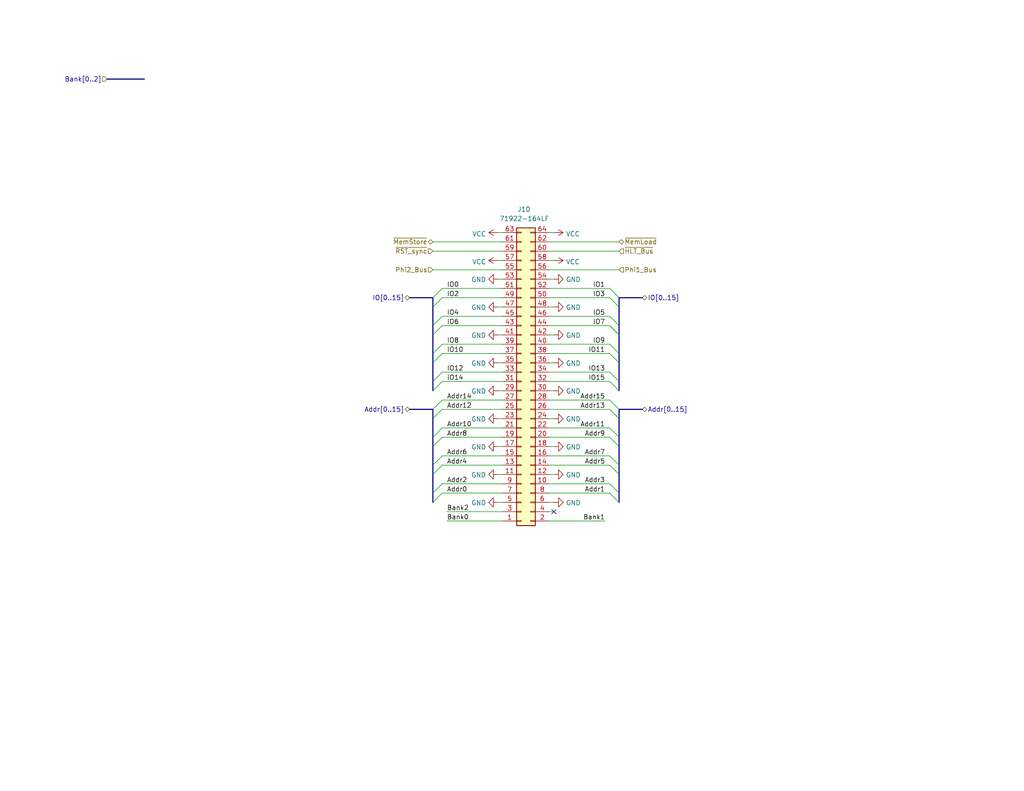
<source format=kicad_sch>
(kicad_sch (version 20250114) (generator "eeschema") (generator_version "9.0")
  (paper "USLetter")
  (title_block (title "System Bus Connector") (date "2025-08-01") (rev "A") (comment 4 "Peripheral devices on separate boards connect to the system bus here."))
  (lib_symbols
    (symbol "Connector_Generic:Conn_02x32_Odd_Even" (pin_names (offset 1.016) (hide yes))
      (property "Reference" "J" (at 1.27 40.64 0))
      (property "Value" "Conn_02x32_Odd_Even" (at 1.27 -43.18 0))
      (symbol "Conn_02x32_Odd_Even_1_1"
        (rectangle (start -1.27 39.37) (end 3.81 -41.91) (stroke (width 0.254)) (fill (type background)))
        (rectangle (start -1.27 38.227) (end 0 37.973) (stroke (width 0.1524)))
        (rectangle (start -1.27 35.687) (end 0 35.433) (stroke (width 0.1524)))
        (rectangle (start -1.27 33.147) (end 0 32.893) (stroke (width 0.1524)))
        (rectangle (start -1.27 30.607) (end 0 30.353) (stroke (width 0.1524)))
        (rectangle (start -1.27 28.067) (end 0 27.813) (stroke (width 0.1524)))
        (rectangle (start -1.27 25.527) (end 0 25.273) (stroke (width 0.1524)))
        (rectangle (start -1.27 22.987) (end 0 22.733) (stroke (width 0.1524)))
        (rectangle (start -1.27 20.447) (end 0 20.193) (stroke (width 0.1524)))
        (rectangle (start -1.27 17.907) (end 0 17.653) (stroke (width 0.1524)))
        (rectangle (start -1.27 15.367) (end 0 15.113) (stroke (width 0.1524)))
        (rectangle (start -1.27 12.827) (end 0 12.573) (stroke (width 0.1524)))
        (rectangle (start -1.27 10.287) (end 0 10.033) (stroke (width 0.1524)))
        (rectangle (start -1.27 7.747) (end 0 7.493) (stroke (width 0.1524)))
        (rectangle (start -1.27 5.207) (end 0 4.953) (stroke (width 0.1524)))
        (rectangle (start -1.27 2.667) (end 0 2.413) (stroke (width 0.1524)))
        (rectangle (start -1.27 0.127) (end 0 -0.127) (stroke (width 0.1524)))
        (rectangle (start -1.27 -2.413) (end 0 -2.667) (stroke (width 0.1524)))
        (rectangle (start -1.27 -4.953) (end 0 -5.207) (stroke (width 0.1524)))
        (rectangle (start -1.27 -7.493) (end 0 -7.747) (stroke (width 0.1524)))
        (rectangle (start -1.27 -10.033) (end 0 -10.287) (stroke (width 0.1524)))
        (rectangle (start -1.27 -12.573) (end 0 -12.827) (stroke (width 0.1524)))
        (rectangle (start -1.27 -15.113) (end 0 -15.367) (stroke (width 0.1524)))
        (rectangle (start -1.27 -17.653) (end 0 -17.907) (stroke (width 0.1524)))
        (rectangle (start -1.27 -20.193) (end 0 -20.447) (stroke (width 0.1524)))
        (rectangle (start -1.27 -22.733) (end 0 -22.987) (stroke (width 0.1524)))
        (rectangle (start -1.27 -25.273) (end 0 -25.527) (stroke (width 0.1524)))
        (rectangle (start -1.27 -27.813) (end 0 -28.067) (stroke (width 0.1524)))
        (rectangle (start -1.27 -30.353) (end 0 -30.607) (stroke (width 0.1524)))
        (rectangle (start -1.27 -32.893) (end 0 -33.147) (stroke (width 0.1524)))
        (rectangle (start -1.27 -35.433) (end 0 -35.687) (stroke (width 0.1524)))
        (rectangle (start -1.27 -37.973) (end 0 -38.227) (stroke (width 0.1524)))
        (rectangle (start -1.27 -40.513) (end 0 -40.767) (stroke (width 0.1524)))
        (rectangle (start 3.81 38.227) (end 2.54 37.973) (stroke (width 0.1524)))
        (rectangle (start 3.81 35.687) (end 2.54 35.433) (stroke (width 0.1524)))
        (rectangle (start 3.81 33.147) (end 2.54 32.893) (stroke (width 0.1524)))
        (rectangle (start 3.81 30.607) (end 2.54 30.353) (stroke (width 0.1524)))
        (rectangle (start 3.81 28.067) (end 2.54 27.813) (stroke (width 0.1524)))
        (rectangle (start 3.81 25.527) (end 2.54 25.273) (stroke (width 0.1524)))
        (rectangle (start 3.81 22.987) (end 2.54 22.733) (stroke (width 0.1524)))
        (rectangle (start 3.81 20.447) (end 2.54 20.193) (stroke (width 0.1524)))
        (rectangle (start 3.81 17.907) (end 2.54 17.653) (stroke (width 0.1524)))
        (rectangle (start 3.81 15.367) (end 2.54 15.113) (stroke (width 0.1524)))
        (rectangle (start 3.81 12.827) (end 2.54 12.573) (stroke (width 0.1524)))
        (rectangle (start 3.81 10.287) (end 2.54 10.033) (stroke (width 0.1524)))
        (rectangle (start 3.81 7.747) (end 2.54 7.493) (stroke (width 0.1524)))
        (rectangle (start 3.81 5.207) (end 2.54 4.953) (stroke (width 0.1524)))
        (rectangle (start 3.81 2.667) (end 2.54 2.413) (stroke (width 0.1524)))
        (rectangle (start 3.81 0.127) (end 2.54 -0.127) (stroke (width 0.1524)))
        (rectangle (start 3.81 -2.413) (end 2.54 -2.667) (stroke (width 0.1524)))
        (rectangle (start 3.81 -4.953) (end 2.54 -5.207) (stroke (width 0.1524)))
        (rectangle (start 3.81 -7.493) (end 2.54 -7.747) (stroke (width 0.1524)))
        (rectangle (start 3.81 -10.033) (end 2.54 -10.287) (stroke (width 0.1524)))
        (rectangle (start 3.81 -12.573) (end 2.54 -12.827) (stroke (width 0.1524)))
        (rectangle (start 3.81 -15.113) (end 2.54 -15.367) (stroke (width 0.1524)))
        (rectangle (start 3.81 -17.653) (end 2.54 -17.907) (stroke (width 0.1524)))
        (rectangle (start 3.81 -20.193) (end 2.54 -20.447) (stroke (width 0.1524)))
        (rectangle (start 3.81 -22.733) (end 2.54 -22.987) (stroke (width 0.1524)))
        (rectangle (start 3.81 -25.273) (end 2.54 -25.527) (stroke (width 0.1524)))
        (rectangle (start 3.81 -27.813) (end 2.54 -28.067) (stroke (width 0.1524)))
        (rectangle (start 3.81 -30.353) (end 2.54 -30.607) (stroke (width 0.1524)))
        (rectangle (start 3.81 -32.893) (end 2.54 -33.147) (stroke (width 0.1524)))
        (rectangle (start 3.81 -35.433) (end 2.54 -35.687) (stroke (width 0.1524)))
        (rectangle (start 3.81 -37.973) (end 2.54 -38.227) (stroke (width 0.1524)))
        (rectangle (start 3.81 -40.513) (end 2.54 -40.767) (stroke (width 0.1524)))
        (pin passive line (at -5.08 38.1 0) (length 3.81) (name "Pin_1") (number "1"))
        (pin passive line (at -5.08 35.56 0) (length 3.81) (name "Pin_3") (number "3"))
        (pin passive line (at -5.08 33.02 0) (length 3.81) (name "Pin_5") (number "5"))
        (pin passive line (at -5.08 30.48 0) (length 3.81) (name "Pin_7") (number "7"))
        (pin passive line (at -5.08 27.94 0) (length 3.81) (name "Pin_9") (number "9"))
        (pin passive line (at -5.08 25.4 0) (length 3.81) (name "Pin_11") (number "11"))
        (pin passive line (at -5.08 22.86 0) (length 3.81) (name "Pin_13") (number "13"))
        (pin passive line (at -5.08 20.32 0) (length 3.81) (name "Pin_15") (number "15"))
        (pin passive line (at -5.08 17.78 0) (length 3.81) (name "Pin_17") (number "17"))
        (pin passive line (at -5.08 15.24 0) (length 3.81) (name "Pin_19") (number "19"))
        (pin passive line (at -5.08 12.7 0) (length 3.81) (name "Pin_21") (number "21"))
        (pin passive line (at -5.08 10.16 0) (length 3.81) (name "Pin_23") (number "23"))
        (pin passive line (at -5.08 7.62 0) (length 3.81) (name "Pin_25") (number "25"))
        (pin passive line (at -5.08 5.08 0) (length 3.81) (name "Pin_27") (number "27"))
        (pin passive line (at -5.08 2.54 0) (length 3.81) (name "Pin_29") (number "29"))
        (pin passive line (at -5.08 0 0) (length 3.81) (name "Pin_31") (number "31"))
        (pin passive line (at -5.08 -2.54 0) (length 3.81) (name "Pin_33") (number "33"))
        (pin passive line (at -5.08 -5.08 0) (length 3.81) (name "Pin_35") (number "35"))
        (pin passive line (at -5.08 -7.62 0) (length 3.81) (name "Pin_37") (number "37"))
        (pin passive line (at -5.08 -10.16 0) (length 3.81) (name "Pin_39") (number "39"))
        (pin passive line (at -5.08 -12.7 0) (length 3.81) (name "Pin_41") (number "41"))
        (pin passive line (at -5.08 -15.24 0) (length 3.81) (name "Pin_43") (number "43"))
        (pin passive line (at -5.08 -17.78 0) (length 3.81) (name "Pin_45") (number "45"))
        (pin passive line (at -5.08 -20.32 0) (length 3.81) (name "Pin_47") (number "47"))
        (pin passive line (at -5.08 -22.86 0) (length 3.81) (name "Pin_49") (number "49"))
        (pin passive line (at -5.08 -25.4 0) (length 3.81) (name "Pin_51") (number "51"))
        (pin passive line (at -5.08 -27.94 0) (length 3.81) (name "Pin_53") (number "53"))
        (pin passive line (at -5.08 -30.48 0) (length 3.81) (name "Pin_55") (number "55"))
        (pin passive line (at -5.08 -33.02 0) (length 3.81) (name "Pin_57") (number "57"))
        (pin passive line (at -5.08 -35.56 0) (length 3.81) (name "Pin_59") (number "59"))
        (pin passive line (at -5.08 -38.1 0) (length 3.81) (name "Pin_61") (number "61"))
        (pin passive line (at -5.08 -40.64 0) (length 3.81) (name "Pin_63") (number "63"))
        (pin passive line (at 7.62 38.1 180) (length 3.81) (name "Pin_2") (number "2"))
        (pin passive line (at 7.62 35.56 180) (length 3.81) (name "Pin_4") (number "4"))
        (pin passive line (at 7.62 33.02 180) (length 3.81) (name "Pin_6") (number "6"))
        (pin passive line (at 7.62 30.48 180) (length 3.81) (name "Pin_8") (number "8"))
        (pin passive line (at 7.62 27.94 180) (length 3.81) (name "Pin_10") (number "10"))
        (pin passive line (at 7.62 25.4 180) (length 3.81) (name "Pin_12") (number "12"))
        (pin passive line (at 7.62 22.86 180) (length 3.81) (name "Pin_14") (number "14"))
        (pin passive line (at 7.62 20.32 180) (length 3.81) (name "Pin_16") (number "16"))
        (pin passive line (at 7.62 17.78 180) (length 3.81) (name "Pin_18") (number "18"))
        (pin passive line (at 7.62 15.24 180) (length 3.81) (name "Pin_20") (number "20"))
        (pin passive line (at 7.62 12.7 180) (length 3.81) (name "Pin_22") (number "22"))
        (pin passive line (at 7.62 10.16 180) (length 3.81) (name "Pin_24") (number "24"))
        (pin passive line (at 7.62 7.62 180) (length 3.81) (name "Pin_26") (number "26"))
        (pin passive line (at 7.62 5.08 180) (length 3.81) (name "Pin_28") (number "28"))
        (pin passive line (at 7.62 2.54 180) (length 3.81) (name "Pin_30") (number "30"))
        (pin passive line (at 7.62 0 180) (length 3.81) (name "Pin_32") (number "32"))
        (pin passive line (at 7.62 -2.54 180) (length 3.81) (name "Pin_34") (number "34"))
        (pin passive line (at 7.62 -5.08 180) (length 3.81) (name "Pin_36") (number "36"))
        (pin passive line (at 7.62 -7.62 180) (length 3.81) (name "Pin_38") (number "38"))
        (pin passive line (at 7.62 -10.16 180) (length 3.81) (name "Pin_40") (number "40"))
        (pin passive line (at 7.62 -12.7 180) (length 3.81) (name "Pin_42") (number "42"))
        (pin passive line (at 7.62 -15.24 180) (length 3.81) (name "Pin_44") (number "44"))
        (pin passive line (at 7.62 -17.78 180) (length 3.81) (name "Pin_46") (number "46"))
        (pin passive line (at 7.62 -20.32 180) (length 3.81) (name "Pin_48") (number "48"))
        (pin passive line (at 7.62 -22.86 180) (length 3.81) (name "Pin_50") (number "50"))
        (pin passive line (at 7.62 -25.4 180) (length 3.81) (name "Pin_52") (number "52"))
        (pin passive line (at 7.62 -27.94 180) (length 3.81) (name "Pin_54") (number "54"))
        (pin passive line (at 7.62 -30.48 180) (length 3.81) (name "Pin_56") (number "56"))
        (pin passive line (at 7.62 -33.02 180) (length 3.81) (name "Pin_58") (number "58"))
        (pin passive line (at 7.62 -35.56 180) (length 3.81) (name "Pin_60") (number "60"))
        (pin passive line (at 7.62 -38.1 180) (length 3.81) (name "Pin_62") (number "62"))
        (pin passive line (at 7.62 -40.64 180) (length 3.81) (name "Pin_64") (number "64"))
      )
    )
    (symbol "power:GND" (power) (pin_numbers (hide yes)) (pin_names (offset 0) (hide yes))
      (property "Value" "GND" (at 0 -3.81 0))
      (symbol "GND_0_1"
        (polyline (pts (xy 0 0) (xy 0 -1.27) (xy 1.27 -1.27) (xy 0 -2.54) (xy -1.27 -1.27) (xy 0 -1.27)))
      )
      (symbol "GND_1_1"
        (pin power_in line (at 0 0 270) (length 0) (name "~") (number "1"))
      )
    )
    (symbol "power:VCC" (power) (pin_numbers (hide yes)) (pin_names (offset 0) (hide yes))
      (property "Value" "VCC" (at 0 3.556 0))
      (symbol "VCC_0_1"
        (polyline (pts (xy -0.762 1.27) (xy 0 2.54)))
        (polyline (pts (xy 0 2.54) (xy 0.762 1.27)))
        (polyline (pts (xy 0 0) (xy 0 2.54)))
      )
      (symbol "VCC_1_1"
        (pin power_in line (at 0 0 90) (length 0) (name "~") (number "1"))
      )
    )
  )
  (no_connect (at 151.13 139.7))
  (bus_entry (at 120.65 101.6) (size -2.54 2.54))
  (bus_entry (at 166.37 78.74) (size 2.54 2.54))
  (bus_entry (at 168.91 129.54) (size -2.54 -2.54))
  (bus_entry (at 120.65 109.22) (size -2.54 2.54))
  (bus_entry (at 168.91 119.38) (size -2.54 -2.54))
  (bus_entry (at 120.65 81.28) (size -2.54 2.54))
  (bus_entry (at 120.65 132.08) (size -2.54 2.54))
  (bus_entry (at 168.91 121.92) (size -2.54 -2.54))
  (bus_entry (at 166.37 88.9) (size 2.54 2.54))
  (bus_entry (at 120.65 86.36) (size -2.54 2.54))
  (bus_entry (at 168.91 134.62) (size -2.54 -2.54))
  (bus_entry (at 166.37 88.9) (size 2.54 2.54))
  (bus_entry (at 168.91 114.3) (size -2.54 -2.54))
  (bus_entry (at 166.37 101.6) (size 2.54 2.54))
  (bus_entry (at 120.65 134.62) (size -2.54 2.54))
  (bus_entry (at 120.65 111.76) (size -2.54 2.54))
  (bus_entry (at 120.65 104.14) (size -2.54 2.54))
  (bus_entry (at 166.37 86.36) (size 2.54 2.54))
  (bus_entry (at 166.37 93.98) (size 2.54 2.54))
  (bus_entry (at 120.65 116.84) (size -2.54 2.54))
  (bus_entry (at 120.65 96.52) (size -2.54 2.54))
  (bus_entry (at 120.65 124.46) (size -2.54 2.54))
  (bus_entry (at 168.91 137.16) (size -2.54 -2.54))
  (bus_entry (at 166.37 104.14) (size 2.54 2.54))
  (bus_entry (at 168.91 111.76) (size -2.54 -2.54))
  (bus_entry (at 120.65 93.98) (size -2.54 2.54))
  (bus_entry (at 166.37 81.28) (size 2.54 2.54))
  (bus_entry (at 120.65 127) (size -2.54 2.54))
  (bus_entry (at 120.65 119.38) (size -2.54 2.54))
  (bus_entry (at 166.37 96.52) (size 2.54 2.54))
  (bus_entry (at 168.91 127) (size -2.54 -2.54))
  (bus_entry (at 120.65 88.9) (size -2.54 2.54))
  (bus_entry (at 120.65 78.74) (size -2.54 2.54))
  (wire (pts (xy 120.65 116.84) (xy 137.16 116.84)))
  (bus (pts (xy 168.91 129.54) (xy 168.91 134.62)))
  (wire (pts (xy 151.13 99.06) (xy 149.86 99.06)))
  (bus (pts (xy 118.11 83.82) (xy 118.11 88.9)))
  (wire (pts (xy 149.86 104.14) (xy 166.37 104.14)))
  (wire (pts (xy 149.86 101.6) (xy 166.37 101.6)))
  (bus (pts (xy 118.11 96.52) (xy 118.11 99.06)))
  (wire (pts (xy 166.37 124.46) (xy 149.86 124.46)))
  (bus (pts (xy 29.21 21.59) (xy 39.37 21.59)))
  (wire (pts (xy 165.1 142.24) (xy 149.86 142.24)))
  (bus (pts (xy 118.11 119.38) (xy 118.11 121.92)))
  (bus (pts (xy 168.91 111.76) (xy 168.91 114.3)))
  (wire (pts (xy 120.65 81.28) (xy 137.16 81.28)))
  (bus (pts (xy 168.91 134.62) (xy 168.91 137.16)))
  (wire (pts (xy 168.91 73.66) (xy 149.86 73.66)))
  (wire (pts (xy 135.89 63.5) (xy 137.16 63.5)))
  (bus (pts (xy 168.91 121.92) (xy 168.91 127)))
  (bus (pts (xy 118.11 134.62) (xy 118.11 137.16)))
  (wire (pts (xy 151.13 121.92) (xy 149.86 121.92)))
  (wire (pts (xy 120.65 119.38) (xy 137.16 119.38)))
  (bus (pts (xy 175.26 111.76) (xy 168.91 111.76)))
  (wire (pts (xy 120.65 96.52) (xy 137.16 96.52)))
  (wire (pts (xy 135.89 129.54) (xy 137.16 129.54)))
  (wire (pts (xy 135.89 114.3) (xy 137.16 114.3)))
  (wire (pts (xy 120.65 101.6) (xy 137.16 101.6)))
  (wire (pts (xy 120.65 86.36) (xy 137.16 86.36)))
  (wire (pts (xy 120.65 78.74) (xy 137.16 78.74)))
  (bus (pts (xy 175.26 81.28) (xy 168.91 81.28)))
  (bus (pts (xy 118.11 91.44) (xy 118.11 96.52)))
  (bus (pts (xy 168.91 96.52) (xy 168.91 99.06)))
  (bus (pts (xy 118.11 88.9) (xy 118.11 91.44)))
  (bus (pts (xy 118.11 129.54) (xy 118.11 134.62)))
  (bus (pts (xy 111.76 111.76) (xy 118.11 111.76)))
  (wire (pts (xy 118.11 73.66) (xy 137.16 73.66)))
  (wire (pts (xy 166.37 134.62) (xy 149.86 134.62)))
  (wire (pts (xy 137.16 124.46) (xy 120.65 124.46)))
  (wire (pts (xy 135.89 121.92) (xy 137.16 121.92)))
  (wire (pts (xy 135.89 83.82) (xy 137.16 83.82)))
  (bus (pts (xy 168.91 99.06) (xy 168.91 104.14)))
  (wire (pts (xy 149.86 116.84) (xy 166.37 116.84)))
  (bus (pts (xy 118.11 99.06) (xy 118.11 104.14)))
  (wire (pts (xy 151.13 106.68) (xy 149.86 106.68)))
  (bus (pts (xy 168.91 119.38) (xy 168.91 121.92)))
  (wire (pts (xy 151.13 83.82) (xy 149.86 83.82)))
  (wire (pts (xy 149.86 127) (xy 166.37 127)))
  (wire (pts (xy 135.89 99.06) (xy 137.16 99.06)))
  (bus (pts (xy 168.91 114.3) (xy 168.91 119.38)))
  (bus (pts (xy 111.76 81.28) (xy 118.11 81.28)))
  (wire (pts (xy 166.37 109.22) (xy 149.86 109.22)))
  (wire (pts (xy 120.65 109.22) (xy 137.16 109.22)))
  (wire (pts (xy 149.86 88.9) (xy 166.37 88.9)))
  (wire (pts (xy 135.89 137.16) (xy 137.16 137.16)))
  (wire (pts (xy 166.37 132.08) (xy 149.86 132.08)))
  (wire (pts (xy 149.86 93.98) (xy 166.37 93.98)))
  (bus (pts (xy 118.11 111.76) (xy 118.11 114.3)))
  (wire (pts (xy 166.37 111.76) (xy 149.86 111.76)))
  (wire (pts (xy 120.65 93.98) (xy 137.16 93.98)))
  (wire (pts (xy 149.86 63.5) (xy 151.13 63.5)))
  (wire (pts (xy 166.37 78.74) (xy 149.86 78.74)))
  (wire (pts (xy 135.89 71.12) (xy 137.16 71.12)))
  (wire (pts (xy 120.65 132.08) (xy 137.16 132.08)))
  (wire (pts (xy 118.11 66.04) (xy 137.16 66.04)))
  (wire (pts (xy 151.13 71.12) (xy 149.86 71.12)))
  (bus (pts (xy 168.91 104.14) (xy 168.91 106.68)))
  (wire (pts (xy 149.86 96.52) (xy 166.37 96.52)))
  (wire (pts (xy 135.89 91.44) (xy 137.16 91.44)))
  (wire (pts (xy 151.13 91.44) (xy 149.86 91.44)))
  (wire (pts (xy 137.16 134.62) (xy 120.65 134.62)))
  (bus (pts (xy 168.91 81.28) (xy 168.91 83.82)))
  (bus (pts (xy 118.11 104.14) (xy 118.11 106.68)))
  (wire (pts (xy 137.16 68.58) (xy 118.11 68.58)))
  (wire (pts (xy 151.13 139.7) (xy 149.86 139.7)))
  (bus (pts (xy 118.11 114.3) (xy 118.11 119.38)))
  (wire (pts (xy 168.91 66.04) (xy 149.86 66.04)))
  (wire (pts (xy 151.13 129.54) (xy 149.86 129.54)))
  (wire (pts (xy 135.89 106.68) (xy 137.16 106.68)))
  (wire (pts (xy 120.65 127) (xy 137.16 127)))
  (wire (pts (xy 137.16 111.76) (xy 120.65 111.76)))
  (bus (pts (xy 168.91 91.44) (xy 168.91 96.52)))
  (bus (pts (xy 168.91 88.9) (xy 168.91 91.44)))
  (bus (pts (xy 168.91 83.82) (xy 168.91 88.9)))
  (wire (pts (xy 166.37 119.38) (xy 149.86 119.38)))
  (wire (pts (xy 151.13 76.2) (xy 149.86 76.2)))
  (wire (pts (xy 120.65 104.14) (xy 137.16 104.14)))
  (wire (pts (xy 149.86 86.36) (xy 166.37 86.36)))
  (wire (pts (xy 166.37 81.28) (xy 149.86 81.28)))
  (wire (pts (xy 168.91 68.58) (xy 149.86 68.58)))
  (bus (pts (xy 118.11 121.92) (xy 118.11 127)))
  (wire (pts (xy 120.65 88.9) (xy 137.16 88.9)))
  (wire (pts (xy 151.13 137.16) (xy 149.86 137.16)))
  (wire (pts (xy 151.13 114.3) (xy 149.86 114.3)))
  (wire (pts (xy 121.92 139.7) (xy 137.16 139.7)))
  (bus (pts (xy 118.11 81.28) (xy 118.11 83.82)))
  (bus (pts (xy 118.11 127) (xy 118.11 129.54)))
  (bus (pts (xy 168.91 127) (xy 168.91 129.54)))
  (wire (pts (xy 135.89 76.2) (xy 137.16 76.2)))
  (wire (pts (xy 121.92 142.24) (xy 137.16 142.24)))
  (label "Bank0" (at 121.92 142.24 0))
  (label "Bank1" (at 165.1 142.24 180))
  (label "Addr13" (at 165.1 111.76 180))
  (label "Addr4" (at 121.92 127 0))
  (label "IO10" (at 121.92 96.52 0))
  (label "IO6" (at 121.92 88.9 0))
  (label "Bank2" (at 121.92 139.7 0))
  (label "Addr8" (at 121.92 119.38 0))
  (label "Addr7" (at 165.1 124.46 180))
  (label "IO7" (at 165.1 88.9 180))
  (label "Addr1" (at 165.1 134.62 180))
  (label "Addr5" (at 165.1 127 180))
  (label "IO0" (at 121.92 78.74 0))
  (label "Addr15" (at 165.1 109.22 180))
  (label "Addr14" (at 121.92 109.22 0))
  (label "Addr9" (at 165.1 119.38 180))
  (label "IO5" (at 165.1 86.36 180))
  (label "IO15" (at 165.1 104.14 180))
  (label "Addr12" (at 121.92 111.76 0))
  (label "Addr0" (at 121.92 134.62 0))
  (label "IO2" (at 121.92 81.28 0))
  (label "IO9" (at 165.1 93.98 180))
  (label "IO11" (at 165.1 96.52 180))
  (label "Addr6" (at 121.92 124.46 0))
  (label "IO13" (at 165.1 101.6 180))
  (label "IO4" (at 121.92 86.36 0))
  (label "IO3" (at 165.1 81.28 180))
  (label "IO8" (at 121.92 93.98 0))
  (label "IO14" (at 121.92 104.14 0))
  (label "Addr10" (at 121.92 116.84 0))
  (label "Addr3" (at 165.1 132.08 180))
  (label "IO12" (at 121.92 101.6 0))
  (label "Addr2" (at 121.92 132.08 0))
  (label "Addr11" (at 165.1 116.84 180))
  (label "IO1" (at 165.1 78.74 180))
  (hierarchical_label "~{MemStore}" (shape tri_state) (at 118.11 66.04 180))
  (hierarchical_label "Bank[0..2]" (shape input) (at 29.21 21.59 180))
  (hierarchical_label "~{RST_sync}" (shape input) (at 118.11 68.58 180))
  (hierarchical_label "~{HLT_Bus}" (shape input) (at 168.91 68.58 0))
  (hierarchical_label "IO[0..15]" (shape tri_state) (at 175.26 81.28 0))
  (hierarchical_label "Addr[0..15]" (shape tri_state) (at 111.76 111.76 180))
  (hierarchical_label "~{MemLoad}" (shape tri_state) (at 168.91 66.04 0))
  (hierarchical_label "IO[0..15]" (shape tri_state) (at 111.76 81.28 180))
  (hierarchical_label "Addr[0..15]" (shape tri_state) (at 175.26 111.76 0))
  (hierarchical_label "Phi1_Bus" (shape input) (at 168.91 73.66 0))
  (hierarchical_label "Phi2_Bus" (shape input) (at 118.11 73.66 180))
  (symbol (lib_id "Connector_Generic:Conn_02x32_Odd_Even") (at 142.24 104.14 0) (mirror x) (unit 1)
    (property "Reference" "J10" (at 144.78 57.15 0) (effects (justify right)))
    (property "Value" "71922-164LF" (at 149.86 59.69 0) (effects (justify right)))
    (property "Footprint" "Connector_IDC:IDC-Header_2x32_P2.54mm_Horizontal" (effects (hide yes)))
    (property "Datasheet" "https://cdn.amphenol-cs.com/media/wysiwyg/files/documentation/datasheet/boardwiretoboard/bwb_quickie.pdf" (effects (hide yes)))
    (property "Manufacturer" "Amphenol FCI" (effects (hide yes)))
    (property "Manufacturer#" "71922-164LF" (effects (hide yes)))
    (property "Mouser#" "649-71922-164LF" (effects (hide yes)))
    (property "Digikey#" "609-5971-ND" (effects (hide yes)))
  )
  (symbol (lib_id "power:GND") (at 151.13 137.16 90) (mirror x) (unit 1)
    (property "Reference" "#PWR01454" (effects (hide yes)))
    (property "Value" "GND" (at 154.3812 137.287 90) (effects (justify right)))
    (property "Description" "Power symbol creates a global label with name \"GND\" , ground" (effects (hide yes)))
  )
  (symbol (lib_id "power:GND") (at 151.13 83.82 90) (mirror x) (unit 1)
    (property "Reference" "#PWR01461" (effects (hide yes)))
    (property "Value" "GND" (at 154.3812 83.947 90) (effects (justify right)))
    (property "Description" "Power symbol creates a global label with name \"GND\" , ground" (effects (hide yes)))
  )
  (symbol (lib_id "power:GND") (at 135.89 83.82 270) (unit 1)
    (property "Reference" "#PWR01472" (effects (hide yes)))
    (property "Value" "GND" (at 132.6388 83.947 90) (effects (justify right)))
    (property "Description" "Power symbol creates a global label with name \"GND\" , ground" (effects (hide yes)))
  )
  (symbol (lib_id "power:VCC") (at 151.13 63.5 270) (unit 1)
    (property "Reference" "#PWR01476" (effects (hide yes)))
    (property "Value" "VCC" (at 154.3812 63.881 90) (effects (justify left)))
    (property "Description" "Power symbol creates a global label with name \"VCC\"" (effects (hide yes)))
  )
  (symbol (lib_id "power:VCC") (at 135.89 63.5 90) (mirror x) (unit 1)
    (property "Reference" "#PWR01475" (effects (hide yes)))
    (property "Value" "VCC" (at 132.6642 63.881 90) (effects (justify left)))
    (property "Description" "Power symbol creates a global label with name \"VCC\"" (effects (hide yes)))
  )
  (symbol (lib_id "power:GND") (at 135.89 121.92 270) (unit 1)
    (property "Reference" "#PWR01463" (effects (hide yes)))
    (property "Value" "GND" (at 132.6388 122.047 90) (effects (justify right)))
    (property "Description" "Power symbol creates a global label with name \"GND\" , ground" (effects (hide yes)))
  )
  (symbol (lib_id "power:GND") (at 135.89 137.16 270) (unit 1)
    (property "Reference" "#PWR01465" (effects (hide yes)))
    (property "Value" "GND" (at 132.6388 137.287 90) (effects (justify right)))
    (property "Description" "Power symbol creates a global label with name \"GND\" , ground" (effects (hide yes)))
  )
  (symbol (lib_id "power:GND") (at 135.89 114.3 270) (unit 1)
    (property "Reference" "#PWR01464" (effects (hide yes)))
    (property "Value" "GND" (at 132.6388 114.427 90) (effects (justify right)))
    (property "Description" "Power symbol creates a global label with name \"GND\" , ground" (effects (hide yes)))
  )
  (symbol (lib_id "power:GND") (at 151.13 91.44 90) (mirror x) (unit 1)
    (property "Reference" "#PWR01462" (effects (hide yes)))
    (property "Value" "GND" (at 154.3812 91.567 90) (effects (justify right)))
    (property "Description" "Power symbol creates a global label with name \"GND\" , ground" (effects (hide yes)))
  )
  (symbol (lib_id "power:GND") (at 135.89 91.44 270) (unit 1)
    (property "Reference" "#PWR01470" (effects (hide yes)))
    (property "Value" "GND" (at 132.6388 91.567 90) (effects (justify right)))
    (property "Description" "Power symbol creates a global label with name \"GND\" , ground" (effects (hide yes)))
  )
  (symbol (lib_id "power:GND") (at 135.89 129.54 270) (unit 1)
    (property "Reference" "#PWR01466" (effects (hide yes)))
    (property "Value" "GND" (at 132.6388 129.667 90) (effects (justify right)))
    (property "Description" "Power symbol creates a global label with name \"GND\" , ground" (effects (hide yes)))
  )
  (symbol (lib_id "power:GND") (at 151.13 114.3 90) (mirror x) (unit 1)
    (property "Reference" "#PWR01453" (effects (hide yes)))
    (property "Value" "GND" (at 154.3812 114.427 90) (effects (justify right)))
    (property "Description" "Power symbol creates a global label with name \"GND\" , ground" (effects (hide yes)))
  )
  (symbol (lib_id "power:GND") (at 151.13 121.92 90) (mirror x) (unit 1)
    (property "Reference" "#PWR01455" (effects (hide yes)))
    (property "Value" "GND" (at 154.3812 122.047 90) (effects (justify right)))
    (property "Description" "Power symbol creates a global label with name \"GND\" , ground" (effects (hide yes)))
  )
  (symbol (lib_id "power:GND") (at 151.13 129.54 90) (mirror x) (unit 1)
    (property "Reference" "#PWR01456" (effects (hide yes)))
    (property "Value" "GND" (at 154.3812 129.667 90) (effects (justify right)))
    (property "Description" "Power symbol creates a global label with name \"GND\" , ground" (effects (hide yes)))
  )
  (symbol (lib_id "power:GND") (at 135.89 76.2 270) (unit 1)
    (property "Reference" "#PWR01473" (effects (hide yes)))
    (property "Value" "GND" (at 132.6388 76.327 90) (effects (justify right)))
    (property "Description" "Power symbol creates a global label with name \"GND\" , ground" (effects (hide yes)))
  )
  (symbol (lib_id "power:GND") (at 151.13 76.2 90) (mirror x) (unit 1)
    (property "Reference" "#PWR01478" (effects (hide yes)))
    (property "Value" "GND" (at 154.3812 76.327 90) (effects (justify right)))
    (property "Description" "Power symbol creates a global label with name \"GND\" , ground" (effects (hide yes)))
  )
  (symbol (lib_id "power:GND") (at 135.89 99.06 270) (unit 1)
    (property "Reference" "#PWR01469" (effects (hide yes)))
    (property "Value" "GND" (at 132.6388 99.187 90) (effects (justify right)))
    (property "Description" "Power symbol creates a global label with name \"GND\" , ground" (effects (hide yes)))
  )
  (symbol (lib_id "power:GND") (at 135.89 106.68 270) (unit 1)
    (property "Reference" "#PWR01471" (effects (hide yes)))
    (property "Value" "GND" (at 132.6388 106.807 90) (effects (justify right)))
    (property "Description" "Power symbol creates a global label with name \"GND\" , ground" (effects (hide yes)))
  )
  (symbol (lib_id "power:GND") (at 151.13 99.06 90) (mirror x) (unit 1)
    (property "Reference" "#PWR01459" (effects (hide yes)))
    (property "Value" "GND" (at 154.3812 99.187 90) (effects (justify right)))
    (property "Description" "Power symbol creates a global label with name \"GND\" , ground" (effects (hide yes)))
  )
  (symbol (lib_id "power:GND") (at 151.13 106.68 90) (mirror x) (unit 1)
    (property "Reference" "#PWR01460" (effects (hide yes)))
    (property "Value" "GND" (at 154.3812 106.807 90) (effects (justify right)))
    (property "Description" "Power symbol creates a global label with name \"GND\" , ground" (effects (hide yes)))
  )
  (symbol (lib_id "power:VCC") (at 151.13 71.12 270) (unit 1)
    (property "Reference" "#PWR01477" (effects (hide yes)))
    (property "Value" "VCC" (at 154.3812 71.501 90) (effects (justify left)))
    (property "Description" "Power symbol creates a global label with name \"VCC\"" (effects (hide yes)))
  )
  (symbol (lib_id "power:VCC") (at 135.89 71.12 90) (mirror x) (unit 1)
    (property "Reference" "#PWR01474" (effects (hide yes)))
    (property "Value" "VCC" (at 132.6642 71.501 90) (effects (justify left)))
    (property "Description" "Power symbol creates a global label with name \"VCC\"" (effects (hide yes)))
  )
)
</source>
